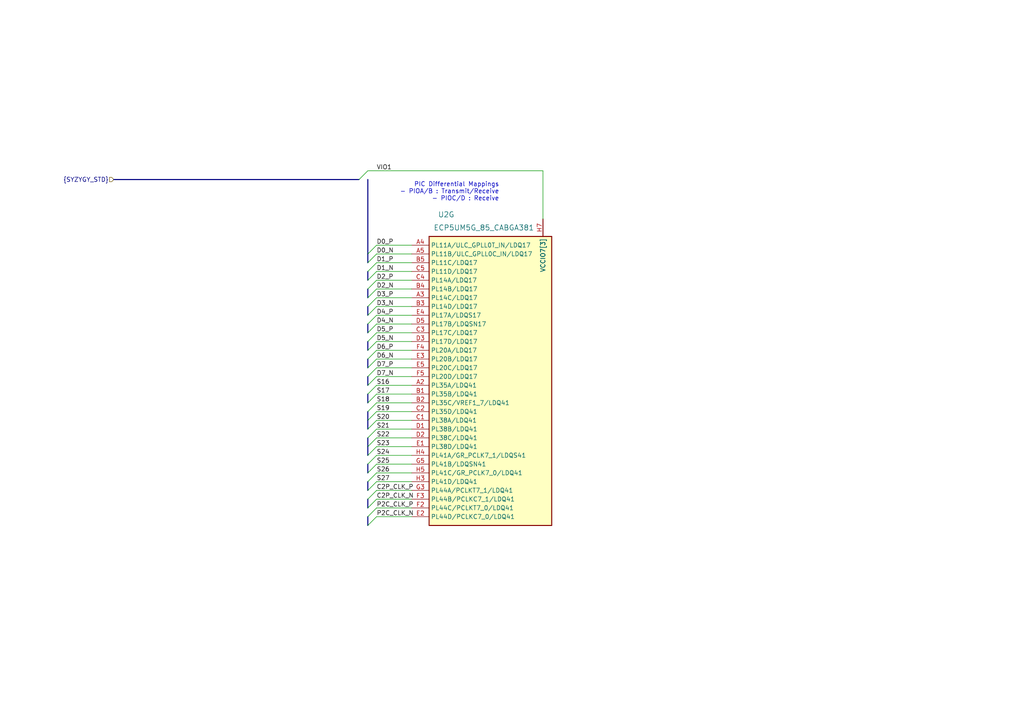
<source format=kicad_sch>
(kicad_sch (version 20200512) (host eeschema "5.99.0-unknown-711fc99~101~ubuntu18.04.1")
  (page 1 20)
  (paper "A4")
  (lib_symbols
    (symbol "gkl_lattice:ECP5UM5G_85_CABGA381"
      (property "Reference" "U" (at 3.81 6.35 0))
      (property "Value" "ECP5UM5G_85_CABGA381" (at 3.81 3.81 0))
      (symbol "ECP5UM5G_85_CABGA381_1_1"
        (rectangle (start 5.08 16.51) (end 43.18 -11.43) (stroke (width 0.3048)) (fill (type background)))
        (pin power_in line (at 40.64 -16.51 90) (length 5.08) (name "GND[85]") (number "B14"))
        (pin power_in line (at 40.64 -16.51 90) (length 5.08) (name "GND[85]") (number "B7"))
        (pin power_in line (at 40.64 -16.51 90) (length 5.08) (name "GND[85]") (number "C19"))
        (pin power_in line (at 40.64 -16.51 90) (length 5.08) (name "GND[85]") (number "D4"))
        (pin power_in line (at 40.64 -16.51 90) (length 5.08) (name "GND[85]") (number "F13"))
        (pin power_in line (at 40.64 -16.51 90) (length 5.08) (name "GND[85]") (number "F14"))
        (pin power_in line (at 17.78 21.59 270) (length 5.08) (name "VCCAUX[4]") (number "F15"))
        (pin power_in line (at 17.78 21.59 270) (length 5.08) (name "VCCAUX[4]") (number "F6"))
        (pin power_in line (at 40.64 -16.51 90) (length 5.08) (name "GND[85]") (number "F7"))
        (pin power_in line (at 40.64 -16.51 90) (length 5.08) (name "GND[85]") (number "F8"))
        (pin power_in line (at 40.64 -16.51 90) (length 5.08) (name "GND[85]") (number "G10"))
        (pin power_in line (at 40.64 -16.51 90) (length 5.08) (name "GND[85]") (number "G11"))
        (pin power_in line (at 40.64 -16.51 90) (length 5.08) (name "GND[85]") (number "G12"))
        (pin power_in line (at 40.64 -16.51 90) (length 5.08) (name "GND[85]") (number "G13"))
        (pin power_in line (at 40.64 -16.51 90) (length 5.08) (name "GND[85]") (number "G14"))
        (pin power_in line (at 40.64 -16.51 90) (length 5.08) (name "GND[85]") (number "G15"))
        (pin power_in line (at 40.64 -16.51 90) (length 5.08) (name "GND[85]") (number "G17"))
        (pin power_in line (at 40.64 -16.51 90) (length 5.08) (name "GND[85]") (number "G4"))
        (pin power_in line (at 40.64 -16.51 90) (length 5.08) (name "GND[85]") (number "G6"))
        (pin power_in line (at 40.64 -16.51 90) (length 5.08) (name "GND[85]") (number "G7"))
        (pin power_in line (at 40.64 -16.51 90) (length 5.08) (name "GND[85]") (number "G8"))
        (pin power_in line (at 40.64 -16.51 90) (length 5.08) (name "GND[85]") (number "G9"))
        (pin power_in line (at 40.64 21.59 270) (length 5.08) (name "VCC[20]") (number "H10"))
        (pin power_in line (at 40.64 21.59 270) (length 5.08) (name "VCC[20]") (number "H11"))
        (pin power_in line (at 40.64 21.59 270) (length 5.08) (name "VCC[20]") (number "H12"))
        (pin power_in line (at 40.64 21.59 270) (length 5.08) (name "VCC[20]") (number "H13"))
        (pin power_in line (at 40.64 -16.51 90) (length 5.08) (name "GND[85]") (number "H19"))
        (pin power_in line (at 40.64 21.59 270) (length 5.08) (name "VCC[20]") (number "H8"))
        (pin power_in line (at 40.64 21.59 270) (length 5.08) (name "VCC[20]") (number "H9"))
        (pin power_in line (at 40.64 -16.51 90) (length 5.08) (name "GND[85]") (number "J10"))
        (pin power_in line (at 40.64 -16.51 90) (length 5.08) (name "GND[85]") (number "J11"))
        (pin power_in line (at 40.64 -16.51 90) (length 5.08) (name "GND[85]") (number "J12"))
        (pin power_in line (at 40.64 21.59 270) (length 5.08) (name "VCC[20]") (number "J13"))
        (pin power_in line (at 40.64 -16.51 90) (length 5.08) (name "GND[85]") (number "J14"))
        (pin power_in line (at 40.64 -16.51 90) (length 5.08) (name "GND[85]") (number "J2"))
        (pin power_in line (at 40.64 -16.51 90) (length 5.08) (name "GND[85]") (number "J7"))
        (pin power_in line (at 40.64 21.59 270) (length 5.08) (name "VCC[20]") (number "J8"))
        (pin power_in line (at 40.64 -16.51 90) (length 5.08) (name "GND[85]") (number "J9"))
        (pin power_in line (at 40.64 -16.51 90) (length 5.08) (name "GND[85]") (number "K10"))
        (pin power_in line (at 40.64 -16.51 90) (length 5.08) (name "GND[85]") (number "K11"))
        (pin power_in line (at 40.64 -16.51 90) (length 5.08) (name "GND[85]") (number "K12"))
        (pin power_in line (at 40.64 21.59 270) (length 5.08) (name "VCC[20]") (number "K13"))
        (pin power_in line (at 40.64 -16.51 90) (length 5.08) (name "GND[85]") (number "K14"))
        (pin power_in line (at 40.64 -16.51 90) (length 5.08) (name "GND[85]") (number "K15"))
        (pin power_in line (at 40.64 -16.51 90) (length 5.08) (name "GND[85]") (number "K6"))
        (pin power_in line (at 40.64 -16.51 90) (length 5.08) (name "GND[85]") (number "K7"))
        (pin power_in line (at 40.64 21.59 270) (length 5.08) (name "VCC[20]") (number "K8"))
        (pin power_in line (at 40.64 -16.51 90) (length 5.08) (name "GND[85]") (number "K9"))
        (pin power_in line (at 40.64 -16.51 90) (length 5.08) (name "GND[85]") (number "L10"))
        (pin power_in line (at 40.64 -16.51 90) (length 5.08) (name "GND[85]") (number "L11"))
        (pin power_in line (at 40.64 -16.51 90) (length 5.08) (name "GND[85]") (number "L12"))
        (pin power_in line (at 40.64 21.59 270) (length 5.08) (name "VCC[20]") (number "L13"))
        (pin power_in line (at 40.64 21.59 270) (length 5.08) (name "VCC[20]") (number "L8"))
        (pin power_in line (at 40.64 -16.51 90) (length 5.08) (name "GND[85]") (number "L9"))
        (pin power_in line (at 40.64 -16.51 90) (length 5.08) (name "GND[85]") (number "M10"))
        (pin power_in line (at 40.64 -16.51 90) (length 5.08) (name "GND[85]") (number "M11"))
        (pin power_in line (at 40.64 -16.51 90) (length 5.08) (name "GND[85]") (number "M12"))
        (pin power_in line (at 40.64 21.59 270) (length 5.08) (name "VCC[20]") (number "M13"))
        (pin power_in line (at 40.64 -16.51 90) (length 5.08) (name "GND[85]") (number "M14"))
        (pin power_in line (at 40.64 -16.51 90) (length 5.08) (name "GND[85]") (number "M16"))
        (pin power_in line (at 40.64 -16.51 90) (length 5.08) (name "GND[85]") (number "M2"))
        (pin power_in line (at 40.64 -16.51 90) (length 5.08) (name "GND[85]") (number "M7"))
        (pin power_in line (at 40.64 21.59 270) (length 5.08) (name "VCC[20]") (number "M8"))
        (pin power_in line (at 40.64 -16.51 90) (length 5.08) (name "GND[85]") (number "M9"))
        (pin power_in line (at 40.64 21.59 270) (length 5.08) (name "VCC[20]") (number "N10"))
        (pin power_in line (at 40.64 21.59 270) (length 5.08) (name "VCC[20]") (number "N11"))
        (pin power_in line (at 40.64 21.59 270) (length 5.08) (name "VCC[20]") (number "N12"))
        (pin power_in line (at 40.64 21.59 270) (length 5.08) (name "VCC[20]") (number "N13"))
        (pin power_in line (at 40.64 -16.51 90) (length 5.08) (name "GND[85]") (number "N14"))
        (pin power_in line (at 40.64 -16.51 90) (length 5.08) (name "GND[85]") (number "N15"))
        (pin power_in line (at 40.64 -16.51 90) (length 5.08) (name "GND[85]") (number "N6"))
        (pin power_in line (at 40.64 -16.51 90) (length 5.08) (name "GND[85]") (number "N7"))
        (pin power_in line (at 40.64 21.59 270) (length 5.08) (name "VCC[20]") (number "N8"))
        (pin power_in line (at 40.64 21.59 270) (length 5.08) (name "VCC[20]") (number "N9"))
        (pin power_in line (at 40.64 -16.51 90) (length 5.08) (name "GND[85]") (number "P11"))
        (pin power_in line (at 40.64 -16.51 90) (length 5.08) (name "GND[85]") (number "P12"))
        (pin power_in line (at 40.64 -16.51 90) (length 5.08) (name "GND[85]") (number "P13"))
        (pin power_in line (at 40.64 -16.51 90) (length 5.08) (name "GND[85]") (number "P14"))
        (pin power_in line (at 17.78 21.59 270) (length 5.08) (name "VCCAUX[4]") (number "P15"))
        (pin power_in line (at 17.78 21.59 270) (length 5.08) (name "VCCAUX[4]") (number "P6"))
        (pin power_in line (at 40.64 -16.51 90) (length 5.08) (name "GND[85]") (number "P7"))
        (pin power_in line (at 40.64 -16.51 90) (length 5.08) (name "GND[85]") (number "P8"))
        (pin power_in line (at 40.64 -16.51 90) (length 5.08) (name "GND[85]") (number "R19"))
        (pin power_in line (at 35.56 21.59 270) (length 5.08) (name "VCCHTX1_D0CH1") (number "T10"))
        (pin power_in line (at 33.02 21.59 270) (length 5.08) (name "VCCHTX0_D1CH0") (number "T11"))
        (pin power_in line (at 22.86 21.59 270) (length 5.08) (name "VCCHRX0_D1CH0") (number "T12"))
        (pin power_in line (at 27.94 21.59 270) (length 5.08) (name "VCCHRX1_D1CH1") (number "T13"))
        (pin power_in line (at 38.1 21.59 270) (length 5.08) (name "VCCHTX1_D1CH1") (number "T14"))
        (pin power_in line (at 10.16 21.59 270) (length 5.08) (name "VCCA1[2]") (number "T15"))
        (pin power_in line (at 7.62 21.59 270) (length 5.08) (name "VCCA0[2]") (number "T6"))
        (pin power_in line (at 30.48 21.59 270) (length 5.08) (name "VCCHTX0_D0CH0") (number "T7"))
        (pin power_in line (at 20.32 21.59 270) (length 5.08) (name "VCCHRX0_D0CH0") (number "T8"))
        (pin power_in line (at 25.4 21.59 270) (length 5.08) (name "VCCHRX1_D0CH1") (number "T9"))
        (pin power_in line (at 40.64 -16.51 90) (length 5.08) (name "GND[85]") (number "U10"))
        (pin power_in line (at 40.64 -16.51 90) (length 5.08) (name "GND[85]") (number "U11"))
        (pin power_in line (at 40.64 -16.51 90) (length 5.08) (name "GND[85]") (number "U12"))
        (pin power_in line (at 40.64 -16.51 90) (length 5.08) (name "GND[85]") (number "U13"))
        (pin power_in line (at 40.64 -16.51 90) (length 5.08) (name "GND[85]") (number "U14"))
        (pin power_in line (at 10.16 21.59 270) (length 5.08) (name "VCCA1[2]") (number "U15"))
        (pin power_in line (at 7.62 21.59 270) (length 5.08) (name "VCCA0[2]") (number "U6"))
        (pin power_in line (at 40.64 -16.51 90) (length 5.08) (name "GND[85]") (number "U7"))
        (pin power_in line (at 40.64 -16.51 90) (length 5.08) (name "GND[85]") (number "U8"))
        (pin power_in line (at 40.64 -16.51 90) (length 5.08) (name "GND[85]") (number "U9"))
        (pin power_in line (at 12.7 21.59 270) (length 5.08) (name "VCCAUXA0[2]") (number "V10"))
        (pin power_in line (at 12.7 21.59 270) (length 5.08) (name "VCCAUXA0[2]") (number "V11"))
        (pin power_in line (at 40.64 -16.51 90) (length 5.08) (name "GND[85]") (number "V12"))
        (pin power_in line (at 40.64 -16.51 90) (length 5.08) (name "GND[85]") (number "V13"))
        (pin power_in line (at 40.64 -16.51 90) (length 5.08) (name "GND[85]") (number "V14"))
        (pin power_in line (at 40.64 -16.51 90) (length 5.08) (name "GND[85]") (number "V15"))
        (pin power_in line (at 40.64 -16.51 90) (length 5.08) (name "GND[85]") (number "V16"))
        (pin power_in line (at 15.24 21.59 270) (length 5.08) (name "VCCAUXA1[2]") (number "V17"))
        (pin power_in line (at 15.24 21.59 270) (length 5.08) (name "VCCAUXA1[2]") (number "V18"))
        (pin power_in line (at 40.64 -16.51 90) (length 5.08) (name "GND[85]") (number "V19"))
        (pin power_in line (at 40.64 -16.51 90) (length 5.08) (name "GND[85]") (number "V20"))
        (pin power_in line (at 40.64 -16.51 90) (length 5.08) (name "GND[85]") (number "V5"))
        (pin power_in line (at 40.64 -16.51 90) (length 5.08) (name "GND[85]") (number "V6"))
        (pin power_in line (at 40.64 -16.51 90) (length 5.08) (name "GND[85]") (number "V7"))
        (pin power_in line (at 40.64 -16.51 90) (length 5.08) (name "GND[85]") (number "V8"))
        (pin power_in line (at 40.64 -16.51 90) (length 5.08) (name "GND[85]") (number "V9"))
        (pin bidirectional line (at 0 0 0) (length 5.08) (name "RESERVED") (number "W10"))
        (pin bidirectional line (at 0 -2.54 0) (length 5.08) (name "RESERVED") (number "W11"))
        (pin power_in line (at 40.64 -16.51 90) (length 5.08) (name "GND[85]") (number "W12"))
        (pin power_in line (at 40.64 -16.51 90) (length 5.08) (name "GND[85]") (number "W15"))
        (pin power_in line (at 40.64 -16.51 90) (length 5.08) (name "GND[85]") (number "W16"))
        (pin power_in line (at 40.64 -16.51 90) (length 5.08) (name "GND[85]") (number "W19"))
        (pin power_in line (at 40.64 -16.51 90) (length 5.08) (name "GND[85]") (number "W6"))
        (pin power_in line (at 40.64 -16.51 90) (length 5.08) (name "GND[85]") (number "W7"))
      )
      (symbol "ECP5UM5G_85_CABGA381_2_1"
        (rectangle (start 5.08 2.54) (end 40.64 -68.58) (stroke (width 0.3048)) (fill (type background)))
        (pin bidirectional line (at 0 -58.42 0) (length 5.08) (name "PT63A/PCLKT0_1") (number "A10"))
        (pin bidirectional line (at 0 -60.96 0) (length 5.08) (name "PT63B/PCLKC0_1") (number "A11"))
        (pin bidirectional line (at 0 0 0) (length 5.08) (name "PT4A/ULC_GPLL1T_IN") (number "A6"))
        (pin bidirectional line (at 0 -30.48 0) (length 5.08) (name "PT18A") (number "A7"))
        (pin bidirectional line (at 0 -33.02 0) (length 5.08) (name "PT18B") (number "A8"))
        (pin bidirectional line (at 0 -53.34 0) (length 5.08) (name "PT60A/GR_PCLK0_1") (number "A9"))
        (pin bidirectional line (at 0 -55.88 0) (length 5.08) (name "PT60B/GR_PCLK0_0") (number "B10"))
        (pin bidirectional line (at 0 -63.5 0) (length 5.08) (name "PT65A/PCLKT0_0") (number "B11"))
        (pin bidirectional line (at 0 -2.54 0) (length 5.08) (name "PT4B/ULC_GPLL1C_IN") (number "B6"))
        (pin bidirectional line (at 0 -27.94 0) (length 5.08) (name "PT15B") (number "B8"))
        (pin bidirectional line (at 0 -48.26 0) (length 5.08) (name "PT58A") (number "B9"))
        (pin bidirectional line (at 0 -50.8 0) (length 5.08) (name "PT58B") (number "C10"))
        (pin bidirectional line (at 0 -66.04 0) (length 5.08) (name "PT65B/PCLKC0_0") (number "C11"))
        (pin bidirectional line (at 0 -15.24 0) (length 5.08) (name "PT11A") (number "C6"))
        (pin bidirectional line (at 0 -17.78 0) (length 5.08) (name "PT11B") (number "C7"))
        (pin bidirectional line (at 0 -25.4 0) (length 5.08) (name "PT15A") (number "C8"))
        (pin bidirectional line (at 0 -40.64 0) (length 5.08) (name "PT54A") (number "C9"))
        (pin bidirectional line (at 0 -43.18 0) (length 5.08) (name "PT56A") (number "D10"))
        (pin bidirectional line (at 0 -7.62 0) (length 5.08) (name "PT6B") (number "D6"))
        (pin bidirectional line (at 0 -12.7 0) (length 5.08) (name "PT9B") (number "D7"))
        (pin bidirectional line (at 0 -22.86 0) (length 5.08) (name "PT13B") (number "D8"))
        (pin bidirectional line (at 0 -35.56 0) (length 5.08) (name "PT20A") (number "D9"))
        (pin bidirectional line (at 0 -45.72 0) (length 5.08) (name "PT56B") (number "E10"))
        (pin bidirectional line (at 0 -5.08 0) (length 5.08) (name "PT6A") (number "E6"))
        (pin bidirectional line (at 0 -10.16 0) (length 5.08) (name "PT9A") (number "E7"))
        (pin bidirectional line (at 0 -20.32 0) (length 5.08) (name "PT13A") (number "E8"))
        (pin bidirectional line (at 0 -38.1 0) (length 5.08) (name "PT20B") (number "E9"))
        (pin power_in line (at 38.1 7.62 270) (length 5.08) (name "VCCIO0[2]") (number "F10"))
        (pin power_in line (at 38.1 7.62 270) (length 5.08) (name "VCCIO0[2]") (number "F9"))
      )
      (symbol "ECP5UM5G_85_CABGA381_3_1"
        (rectangle (start 5.08 2.54) (end 40.64 -83.82) (stroke (width 0.3048)) (fill (type background)))
        (pin bidirectional line (at 0 -15.24 0) (length 5.08) (name "PT76A") (number "A12"))
        (pin bidirectional line (at 0 -17.78 0) (length 5.08) (name "PT76B") (number "A13"))
        (pin bidirectional line (at 0 -30.48 0) (length 5.08) (name "PT83A") (number "A14"))
        (pin bidirectional line (at 0 -40.64 0) (length 5.08) (name "PT103A") (number "A15"))
        (pin bidirectional line (at 0 -53.34 0) (length 5.08) (name "PT110A") (number "A16"))
        (pin bidirectional line (at 0 -68.58 0) (length 5.08) (name "PT116A") (number "A17"))
        (pin bidirectional line (at 0 -73.66 0) (length 5.08) (name "PT119A") (number "A18"))
        (pin bidirectional line (at 0 -78.74 0) (length 5.08) (name "PT121A/URC_GPLL1T_IN") (number "A19"))
        (pin bidirectional line (at 0 -5.08 0) (length 5.08) (name "PT71A/PCLKT1_0") (number "B12"))
        (pin bidirectional line (at 0 -20.32 0) (length 5.08) (name "PT78A") (number "B13"))
        (pin bidirectional line (at 0 -43.18 0) (length 5.08) (name "PT105A") (number "B15"))
        (pin bidirectional line (at 0 -55.88 0) (length 5.08) (name "PT110B") (number "B16"))
        (pin bidirectional line (at 0 -63.5 0) (length 5.08) (name "PT114A") (number "B17"))
        (pin bidirectional line (at 0 -71.12 0) (length 5.08) (name "PT116B") (number "B18"))
        (pin bidirectional line (at 0 -76.2 0) (length 5.08) (name "PT119B") (number "B19"))
        (pin bidirectional line (at 0 -81.28 0) (length 5.08) (name "PT121B/URC_GPLL1C_IN") (number "B20"))
        (pin bidirectional line (at 0 -7.62 0) (length 5.08) (name "PT71B/PCLKC1_0") (number "C12"))
        (pin bidirectional line (at 0 -22.86 0) (length 5.08) (name "PT78B") (number "C13"))
        (pin bidirectional line (at 0 -33.02 0) (length 5.08) (name "PT83B") (number "C14"))
        (pin bidirectional line (at 0 -45.72 0) (length 5.08) (name "PT105B") (number "C15"))
        (pin bidirectional line (at 0 -58.42 0) (length 5.08) (name "PT112A") (number "C16"))
        (pin bidirectional line (at 0 -66.04 0) (length 5.08) (name "PT114B") (number "C17"))
        (pin bidirectional line (at 0 0 0) (length 5.08) (name "PT69A/PCLKT1_1") (number "D11"))
        (pin bidirectional line (at 0 -10.16 0) (length 5.08) (name "PT74A/GR_PCLK1_0") (number "D12"))
        (pin bidirectional line (at 0 -25.4 0) (length 5.08) (name "PT80A") (number "D13"))
        (pin bidirectional line (at 0 -35.56 0) (length 5.08) (name "PT85A") (number "D14"))
        (pin bidirectional line (at 0 -48.26 0) (length 5.08) (name "PT107A") (number "D15"))
        (pin bidirectional line (at 0 -60.96 0) (length 5.08) (name "PT112B") (number "D16"))
        (pin bidirectional line (at 0 -2.54 0) (length 5.08) (name "PT69B/PCLKC1_1") (number "E11"))
        (pin bidirectional line (at 0 -12.7 0) (length 5.08) (name "PT74B/GR_PCLK1_1") (number "E12"))
        (pin bidirectional line (at 0 -27.94 0) (length 5.08) (name "PT80B") (number "E13"))
        (pin bidirectional line (at 0 -38.1 0) (length 5.08) (name "PT85B") (number "E14"))
        (pin bidirectional line (at 0 -50.8 0) (length 5.08) (name "PT107B") (number "E15"))
        (pin power_in line (at 38.1 7.62 270) (length 5.08) (name "VCCIO1[2]") (number "F11"))
        (pin power_in line (at 38.1 7.62 270) (length 5.08) (name "VCCIO1[2]") (number "F12"))
      )
      (symbol "ECP5UM5G_85_CABGA381_4_1"
        (rectangle (start 5.08 2.54) (end 40.64 -86.36) (stroke (width 0.3048)) (fill (type background)))
        (pin bidirectional line (at 0 0 0) (length 5.08) (name "PR11A/URC_GPLL0T_IN/RDQ17") (number "C18"))
        (pin bidirectional line (at 0 -45.72 0) (length 5.08) (name "PR35A/RDQ41") (number "C20"))
        (pin bidirectional line (at 0 -2.54 0) (length 5.08) (name "PR11B/URC_GPLL0C_IN/RDQ17") (number "D17"))
        (pin bidirectional line (at 0 -10.16 0) (length 5.08) (name "PR14A/RDQ17") (number "D18"))
        (pin bidirectional line (at 0 -48.26 0) (length 5.08) (name "PR35B/RDQ41") (number "D19"))
        (pin bidirectional line (at 0 -50.8 0) (length 5.08) (name "PR35C/VREF1_2/RDQ41") (number "D20"))
        (pin bidirectional line (at 0 -5.08 0) (length 5.08) (name "PR11C/RDQ17") (number "E16"))
        (pin bidirectional line (at 0 -12.7 0) (length 5.08) (name "PR14B/RDQ17") (number "E17"))
        (pin bidirectional line (at 0 -15.24 0) (length 5.08) (name "PR14C/RDQ17") (number "E18"))
        (pin bidirectional line (at 0 -53.34 0) (length 5.08) (name "PR35D/RDQ41") (number "E19"))
        (pin bidirectional line (at 0 -55.88 0) (length 5.08) (name "PR38A/RDQ41") (number "E20"))
        (pin bidirectional line (at 0 -7.62 0) (length 5.08) (name "PR11D/RDQ17") (number "F16"))
        (pin bidirectional line (at 0 -20.32 0) (length 5.08) (name "PR17A/RDQS17") (number "F17"))
        (pin bidirectional line (at 0 -17.78 0) (length 5.08) (name "PR14D/RDQ17") (number "F18"))
        (pin bidirectional line (at 0 -58.42 0) (length 5.08) (name "PR38B/RDQ41") (number "F19"))
        (pin bidirectional line (at 0 -60.96 0) (length 5.08) (name "PR38C/RDQ41") (number "F20"))
        (pin bidirectional line (at 0 -25.4 0) (length 5.08) (name "PR17C/RDQ17") (number "G16"))
        (pin bidirectional line (at 0 -22.86 0) (length 5.08) (name "PR17B/RDQSN17") (number "G18"))
        (pin bidirectional line (at 0 -66.04 0) (length 5.08) (name "PR41A/GR_PCLK2_1/RDQS41") (number "G19"))
        (pin bidirectional line (at 0 -63.5 0) (length 5.08) (name "PR38D/RDQ41") (number "G20"))
        (pin power_in line (at 38.1 7.62 270) (length 5.08) (name "VCCIO2[3]") (number "H14"))
        (pin power_in line (at 38.1 7.62 270) (length 5.08) (name "VCCIO2[3]") (number "H15"))
        (pin bidirectional line (at 0 -27.94 0) (length 5.08) (name "PR17D/RDQ17") (number "H16"))
        (pin bidirectional line (at 0 -33.02 0) (length 5.08) (name "PR20B/RDQ17") (number "H17"))
        (pin bidirectional line (at 0 -30.48 0) (length 5.08) (name "PR20A/RDQ17") (number "H18"))
        (pin bidirectional line (at 0 -68.58 0) (length 5.08) (name "PR41B/RDQSN41") (number "H20"))
        (pin power_in line (at 38.1 7.62 270) (length 5.08) (name "VCCIO2[3]") (number "J15"))
        (pin bidirectional line (at 0 -38.1 0) (length 5.08) (name "PR20D/RDQ17") (number "J16"))
        (pin bidirectional line (at 0 -35.56 0) (length 5.08) (name "PR20C/RDQ17") (number "J17"))
        (pin bidirectional line (at 0 -71.12 0) (length 5.08) (name "PR41C/GR_PCLK2_0/RDQ41") (number "J18"))
        (pin bidirectional line (at 0 -76.2 0) (length 5.08) (name "PR44A/PCLKT2_1/RDQ41") (number "J19"))
        (pin bidirectional line (at 0 -81.28 0) (length 5.08) (name "PR44C/PCLKT2_0/RDQ41") (number "J20"))
        (pin bidirectional line (at 0 -40.64 0) (length 5.08) (name "PR29A/RDQS29") (number "K16"))
        (pin bidirectional line (at 0 -43.18 0) (length 5.08) (name "PR29B/RDQSN29") (number "K17"))
        (pin bidirectional line (at 0 -73.66 0) (length 5.08) (name "PR41D/RDQ41") (number "K18"))
        (pin bidirectional line (at 0 -78.74 0) (length 5.08) (name "PR44B/PCLKC2_1/RDQ41") (number "K19"))
        (pin bidirectional line (at 0 -83.82 0) (length 5.08) (name "PR44D/PCLKC2_0/RDQ41") (number "K20"))
      )
      (symbol "ECP5UM5G_85_CABGA381_5_1"
        (rectangle (start 5.08 2.54) (end 40.64 -83.82) (stroke (width 0.3048)) (fill (type background)))
        (pin power_in line (at 38.1 7.62 270) (length 5.08) (name "VCCIO3[3]") (number "L14"))
        (pin power_in line (at 38.1 7.62 270) (length 5.08) (name "VCCIO3[3]") (number "L15"))
        (pin bidirectional line (at 0 -10.16 0) (length 5.08) (name "PR50A/GR_PCLK3_0/RDQ53") (number "L16"))
        (pin bidirectional line (at 0 -12.7 0) (length 5.08) (name "PR50B/RDQ53") (number "L17"))
        (pin bidirectional line (at 0 -15.24 0) (length 5.08) (name "PR50C/GR_PCLK3_1/RDQ53") (number "L18"))
        (pin bidirectional line (at 0 -5.08 0) (length 5.08) (name "PR47C/PCLKT3_0/RDQ53") (number "L19"))
        (pin bidirectional line (at 0 0 0) (length 5.08) (name "PR47A/PCLKT3_1/RDQ53") (number "L20"))
        (pin power_in line (at 38.1 7.62 270) (length 5.08) (name "VCCIO3[3]") (number "M15"))
        (pin bidirectional line (at 0 -22.86 0) (length 5.08) (name "PR53B/RDQSN53") (number "M17"))
        (pin bidirectional line (at 0 -17.78 0) (length 5.08) (name "PR50D/RDQ53") (number "M18"))
        (pin bidirectional line (at 0 -7.62 0) (length 5.08) (name "PR47D/PCLKC3_0/RDQ53") (number "M19"))
        (pin bidirectional line (at 0 -2.54 0) (length 5.08) (name "PR47B/PCLKC3_1/RDQ53") (number "M20"))
        (pin bidirectional line (at 0 -20.32 0) (length 5.08) (name "PR53A/RDQS53") (number "N16"))
        (pin bidirectional line (at 0 -30.48 0) (length 5.08) (name "PR56A/RDQ53") (number "N17"))
        (pin bidirectional line (at 0 -25.4 0) (length 5.08) (name "PR53C/RDQ53") (number "N18"))
        (pin bidirectional line (at 0 -43.18 0) (length 5.08) (name "PR83A/RDQ89") (number "N19"))
        (pin bidirectional line (at 0 -45.72 0) (length 5.08) (name "PR83B/RDQ89") (number "N20"))
        (pin bidirectional line (at 0 -33.02 0) (length 5.08) (name "PR56B/VREF1_3/RDQ53") (number "P16"))
        (pin bidirectional line (at 0 -27.94 0) (length 5.08) (name "PR53D/RDQ53") (number "P17"))
        (pin bidirectional line (at 0 -50.8 0) (length 5.08) (name "PR83D/RDQ89") (number "P18"))
        (pin bidirectional line (at 0 -48.26 0) (length 5.08) (name "PR83C/RDQ89") (number "P19"))
        (pin bidirectional line (at 0 -53.34 0) (length 5.08) (name "PR86A/RDQ89") (number "P20"))
        (pin bidirectional line (at 0 -35.56 0) (length 5.08) (name "PR56C/RDQ53") (number "R16"))
        (pin bidirectional line (at 0 -38.1 0) (length 5.08) (name "PR56D/RDQ53") (number "R17"))
        (pin bidirectional line (at 0 -66.04 0) (length 5.08) (name "PR89B/RDQSN89") (number "R18"))
        (pin bidirectional line (at 0 -55.88 0) (length 5.08) (name "PR86B/RDQ89") (number "R20"))
        (pin bidirectional line (at 0 -40.64 0) (length 5.08) (name "PR77A/RDQS77") (number "T16"))
        (pin bidirectional line (at 0 -81.28 0) (length 5.08) (name "PR92D/LRC_GPLL0C_IN/RDQ89") (number "T17"))
        (pin bidirectional line (at 0 -71.12 0) (length 5.08) (name "PR89D/RDQ89") (number "T18"))
        (pin bidirectional line (at 0 -63.5 0) (length 5.08) (name "PR89A/RDQS89") (number "T19"))
        (pin bidirectional line (at 0 -58.42 0) (length 5.08) (name "PR86C/RDQ89") (number "T20"))
        (pin bidirectional line (at 0 -78.74 0) (length 5.08) (name "PR92C/LRC_GPLL0T_IN/RDQ89") (number "U16"))
        (pin bidirectional line (at 0 -76.2 0) (length 5.08) (name "PR92B/RDQ89") (number "U17"))
        (pin bidirectional line (at 0 -73.66 0) (length 5.08) (name "PR92A/RDQ89") (number "U18"))
        (pin bidirectional line (at 0 -68.58 0) (length 5.08) (name "PR89C/RDQ89") (number "U19"))
        (pin bidirectional line (at 0 -60.96 0) (length 5.08) (name "PR86D/RDQ89") (number "U20"))
      )
      (symbol "ECP5UM5G_85_CABGA381_6_1"
        (rectangle (start 5.08 2.54) (end 40.64 -83.82) (stroke (width 0.3048)) (fill (type background)))
        (pin bidirectional line (at 0 -2.54 0) (length 5.08) (name "PL47B/PCLKC6_1/LDQ53") (number "F1"))
        (pin bidirectional line (at 0 -7.62 0) (length 5.08) (name "PL47D/PCLKC6_0/LDQ53") (number "G1"))
        (pin bidirectional line (at 0 0 0) (length 5.08) (name "PL47A/PCLKT6_1/LDQ53") (number "G2"))
        (pin bidirectional line (at 0 -25.4 0) (length 5.08) (name "PL53C/LDQ53") (number "H1"))
        (pin bidirectional line (at 0 -5.08 0) (length 5.08) (name "PL47C/PCLKT6_0/LDQ53") (number "H2"))
        (pin bidirectional line (at 0 -22.86 0) (length 5.08) (name "PL53B/LDQSN53") (number "J1"))
        (pin bidirectional line (at 0 -15.24 0) (length 5.08) (name "PL50C/GR_PCLK6_1/LDQ53") (number "J3"))
        (pin bidirectional line (at 0 -10.16 0) (length 5.08) (name "PL50A/GR_PCLK6_0/LDQ53") (number "J4"))
        (pin bidirectional line (at 0 -12.7 0) (length 5.08) (name "PL50B/LDQ53") (number "J5"))
        (pin bidirectional line (at 0 -27.94 0) (length 5.08) (name "PL53D/LDQ53") (number "K1"))
        (pin bidirectional line (at 0 -20.32 0) (length 5.08) (name "PL53A/LDQS53") (number "K2"))
        (pin bidirectional line (at 0 -17.78 0) (length 5.08) (name "PL50D/LDQ53") (number "K3"))
        (pin bidirectional line (at 0 -30.48 0) (length 5.08) (name "PL56A/LDQ53") (number "K4"))
        (pin bidirectional line (at 0 -33.02 0) (length 5.08) (name "PL56B/VREF1_6/LDQ53") (number "K5"))
        (pin bidirectional line (at 0 -68.58 0) (length 5.08) (name "PL89C/LDQ89") (number "L1"))
        (pin bidirectional line (at 0 -60.96 0) (length 5.08) (name "PL86D/LDQ89") (number "L2"))
        (pin bidirectional line (at 0 -58.42 0) (length 5.08) (name "PL86C/LDQ89") (number "L3"))
        (pin bidirectional line (at 0 -35.56 0) (length 5.08) (name "PL56C/LDQ53") (number "L4"))
        (pin bidirectional line (at 0 -38.1 0) (length 5.08) (name "PL56D/LDQ53") (number "L5"))
        (pin power_in line (at 38.1 7.62 270) (length 5.08) (name "VCCIO6[3]") (number "L6"))
        (pin power_in line (at 38.1 7.62 270) (length 5.08) (name "VCCIO6[3]") (number "L7"))
        (pin bidirectional line (at 0 -66.04 0) (length 5.08) (name "PL89B/LDQSN89") (number "M1"))
        (pin bidirectional line (at 0 -55.88 0) (length 5.08) (name "PL86B/LDQ89") (number "M3"))
        (pin bidirectional line (at 0 -43.18 0) (length 5.08) (name "PL83A/LDQ89") (number "M4"))
        (pin bidirectional line (at 0 -40.64 0) (length 5.08) (name "PL77A/LDQS77") (number "M5"))
        (pin power_in line (at 38.1 7.62 270) (length 5.08) (name "VCCIO6[3]") (number "M6"))
        (pin bidirectional line (at 0 -71.12 0) (length 5.08) (name "PL89D/LDQ89") (number "N1"))
        (pin bidirectional line (at 0 -63.5 0) (length 5.08) (name "PL89A/LDQS89") (number "N2"))
        (pin bidirectional line (at 0 -53.34 0) (length 5.08) (name "PL86A/LDQ89") (number "N3"))
        (pin bidirectional line (at 0 -48.26 0) (length 5.08) (name "PL83C/LDQ89") (number "N4"))
        (pin bidirectional line (at 0 -45.72 0) (length 5.08) (name "PL83B/LDQ89") (number "N5"))
        (pin bidirectional line (at 0 -73.66 0) (length 5.08) (name "PL92A/LDQ89") (number "P1"))
        (pin bidirectional line (at 0 -76.2 0) (length 5.08) (name "PL92B/LDQ89") (number "P2"))
        (pin bidirectional line (at 0 -78.74 0) (length 5.08) (name "PL92C/LLC_GPLL0T_IN/LDQ89") (number "P3"))
        (pin bidirectional line (at 0 -81.28 0) (length 5.08) (name "PL92D/LLC_GPLL0C_IN/LDQ89") (number "P4"))
        (pin bidirectional line (at 0 -50.8 0) (length 5.08) (name "PL83D/LDQ89") (number "P5"))
      )
      (symbol "ECP5UM5G_85_CABGA381_7_1"
        (rectangle (start 5.08 2.54) (end 40.64 -81.28) (stroke (width 0.3048)) (fill (type background)))
        (pin bidirectional line (at 0 -40.64 0) (length 5.08) (name "PL35A/LDQ41") (number "A2"))
        (pin bidirectional line (at 0 -15.24 0) (length 5.08) (name "PL14C/LDQ17") (number "A3"))
        (pin bidirectional line (at 0 0 0) (length 5.08) (name "PL11A/ULC_GPLL0T_IN/LDQ17") (number "A4"))
        (pin bidirectional line (at 0 -2.54 0) (length 5.08) (name "PL11B/ULC_GPLL0C_IN/LDQ17") (number "A5"))
        (pin bidirectional line (at 0 -43.18 0) (length 5.08) (name "PL35B/LDQ41") (number "B1"))
        (pin bidirectional line (at 0 -45.72 0) (length 5.08) (name "PL35C/VREF1_7/LDQ41") (number "B2"))
        (pin bidirectional line (at 0 -17.78 0) (length 5.08) (name "PL14D/LDQ17") (number "B3"))
        (pin bidirectional line (at 0 -12.7 0) (length 5.08) (name "PL14B/LDQ17") (number "B4"))
        (pin bidirectional line (at 0 -5.08 0) (length 5.08) (name "PL11C/LDQ17") (number "B5"))
        (pin bidirectional line (at 0 -50.8 0) (length 5.08) (name "PL38A/LDQ41") (number "C1"))
        (pin bidirectional line (at 0 -48.26 0) (length 5.08) (name "PL35D/LDQ41") (number "C2"))
        (pin bidirectional line (at 0 -25.4 0) (length 5.08) (name "PL17C/LDQ17") (number "C3"))
        (pin bidirectional line (at 0 -10.16 0) (length 5.08) (name "PL14A/LDQ17") (number "C4"))
        (pin bidirectional line (at 0 -7.62 0) (length 5.08) (name "PL11D/LDQ17") (number "C5"))
        (pin bidirectional line (at 0 -53.34 0) (length 5.08) (name "PL38B/LDQ41") (number "D1"))
        (pin bidirectional line (at 0 -55.88 0) (length 5.08) (name "PL38C/LDQ41") (number "D2"))
        (pin bidirectional line (at 0 -27.94 0) (length 5.08) (name "PL17D/LDQ17") (number "D3"))
        (pin bidirectional line (at 0 -22.86 0) (length 5.08) (name "PL17B/LDQSN17") (number "D5"))
        (pin bidirectional line (at 0 -58.42 0) (length 5.08) (name "PL38D/LDQ41") (number "E1"))
        (pin bidirectional line (at 0 -78.74 0) (length 5.08) (name "PL44D/PCLKC7_0/LDQ41") (number "E2"))
        (pin bidirectional line (at 0 -33.02 0) (length 5.08) (name "PL20B/LDQ17") (number "E3"))
        (pin bidirectional line (at 0 -20.32 0) (length 5.08) (name "PL17A/LDQS17") (number "E4"))
        (pin bidirectional line (at 0 -35.56 0) (length 5.08) (name "PL20C/LDQ17") (number "E5"))
        (pin bidirectional line (at 0 -76.2 0) (length 5.08) (name "PL44C/PCLKT7_0/LDQ41") (number "F2"))
        (pin bidirectional line (at 0 -73.66 0) (length 5.08) (name "PL44B/PCLKC7_1/LDQ41") (number "F3"))
        (pin bidirectional line (at 0 -30.48 0) (length 5.08) (name "PL20A/LDQ17") (number "F4"))
        (pin bidirectional line (at 0 -38.1 0) (length 5.08) (name "PL20D/LDQ17") (number "F5"))
        (pin bidirectional line (at 0 -71.12 0) (length 5.08) (name "PL44A/PCLKT7_1/LDQ41") (number "G3"))
        (pin bidirectional line (at 0 -63.5 0) (length 5.08) (name "PL41B/LDQSN41") (number "G5"))
        (pin bidirectional line (at 0 -68.58 0) (length 5.08) (name "PL41D/LDQ41") (number "H3"))
        (pin bidirectional line (at 0 -60.96 0) (length 5.08) (name "PL41A/GR_PCLK7_1/LDQS41") (number "H4"))
        (pin bidirectional line (at 0 -66.04 0) (length 5.08) (name "PL41C/GR_PCLK7_0/LDQ41") (number "H5"))
        (pin power_in line (at 38.1 7.62 270) (length 5.08) (name "VCCIO7[3]") (number "H6"))
        (pin power_in line (at 38.1 7.62 270) (length 5.08) (name "VCCIO7[3]") (number "H7"))
        (pin power_in line (at 38.1 7.62 270) (length 5.08) (name "VCCIO7[3]") (number "J6"))
      )
      (symbol "ECP5UM5G_85_CABGA381_8_1"
        (rectangle (start 5.08 2.54) (end 45.72 -50.8) (stroke (width 0.3048)) (fill (type background)))
        (pin power_in line (at 43.18 7.62 270) (length 5.08) (name "VCCIO8[2]") (number "P10"))
        (pin power_in line (at 43.18 7.62 270) (length 5.08) (name "VCCIO8[2]") (number "P9"))
        (pin bidirectional line (at 0 -15.24 0) (length 5.08) (name "PB4A/D7/IO7") (number "R1"))
        (pin bidirectional line (at 0 -40.64 0) (length 5.08) (name "PB15A/HOLDN/DI/BUSY/CSSPIN/CEN") (number "R2"))
        (pin bidirectional line (at 0 -43.18 0) (length 5.08) (name "PB15B/DOUT/CSON") (number "R3"))
        (pin bidirectional line (at 0 -7.62 0) (length 5.08) (name "CFG_2") (number "R4"))
        (pin bidirectional line (at 0 -17.78 0) (length 5.08) (name "PB4B/D6/IO6") (number "T1"))
        (pin bidirectional line (at 0 -35.56 0) (length 5.08) (name "PB13A/SN/CSN") (number "T2"))
        (pin bidirectional line (at 0 -45.72 0) (length 5.08) (name "PB18A/WRITEN") (number "T3"))
        (pin bidirectional line (at 0 -5.08 0) (length 5.08) (name "CFG_1") (number "T4"))
        (pin bidirectional line (at 0 -20.32 0) (length 5.08) (name "PB6A/D5/MISO2/IO5") (number "U1"))
        (pin bidirectional line (at 0 -38.1 0) (length 5.08) (name "PB13B/CS1N") (number "U2"))
        (pin bidirectional line (at 0 0 0) (length 5.08) (name "CCLK/MCLK/SCK") (number "U3"))
        (pin bidirectional line (at 0 -2.54 0) (length 5.08) (name "CFG_0") (number "U4"))
        (pin bidirectional line (at 0 -22.86 0) (length 5.08) (name "PB6B/D4/MOSI2/IO4") (number "V1"))
        (pin bidirectional line (at 0 -30.48 0) (length 5.08) (name "PB11A/D1/MISO/IO1") (number "V2"))
        (pin bidirectional line (at 0 -12.7 0) (length 5.08) (name "INITN") (number "V3"))
        (pin bidirectional line (at 0 -25.4 0) (length 5.08) (name "PB9A/D3/IO3") (number "W1"))
        (pin bidirectional line (at 0 -33.02 0) (length 5.08) (name "PB11B/D0/MOSI/IO0") (number "W2"))
        (pin bidirectional line (at 0 -48.26 0) (length 5.08) (name "PROGRAMN") (number "W3"))
        (pin bidirectional line (at 0 -27.94 0) (length 5.08) (name "PB9B/D2/IO2") (number "Y2"))
        (pin bidirectional line (at 0 -10.16 0) (length 5.08) (name "DONE") (number "Y3"))
      )
      (symbol "ECP5UM5G_85_CABGA381_9_1"
        (rectangle (start 5.08 2.54) (end 12.7 -10.16) (stroke (width 0.3048)) (fill (type background)))
        (pin bidirectional line (at 0 -2.54 0) (length 5.08) (name "TDI") (number "R5"))
        (pin bidirectional line (at 0 0 0) (length 5.08) (name "TCK") (number "T5"))
        (pin bidirectional line (at 0 -7.62 0) (length 5.08) (name "TMS") (number "U5"))
        (pin bidirectional line (at 0 -5.08 0) (length 5.08) (name "TDO") (number "V4"))
      )
      (symbol "ECP5UM5G_85_CABGA381_10_1"
        (rectangle (start 5.08 5.08) (end 27.94 -27.94) (stroke (width 0.3048)) (fill (type background)))
        (pin bidirectional line (at 0 -10.16 0) (length 5.08) (name "HDTXP0_D0CH0") (number "W4"))
        (pin bidirectional line (at 0 -12.7 0) (length 5.08) (name "HDTXN0_D0CH0") (number "W5"))
        (pin bidirectional line (at 0 -15.24 0) (length 5.08) (name "HDTXP0_D0CH1") (number "W8"))
        (pin bidirectional line (at 0 -17.78 0) (length 5.08) (name "HDTXN0_D0CH1") (number "W9"))
        (pin bidirectional line (at 0 -22.86 0) (length 5.08) (name "REFCLKP_D0") (number "Y11"))
        (pin bidirectional line (at 0 -25.4 0) (length 5.08) (name "REFCLKN_D0") (number "Y12"))
        (pin bidirectional line (at 0 2.54 0) (length 5.08) (name "HDRXP0_D0CH0") (number "Y5"))
        (pin bidirectional line (at 0 0 0) (length 5.08) (name "HDRXN0_D0CH0") (number "Y6"))
        (pin bidirectional line (at 0 -2.54 0) (length 5.08) (name "HDRXP0_D0CH1") (number "Y7"))
        (pin bidirectional line (at 0 -5.08 0) (length 5.08) (name "HDRXN0_D0CH1") (number "Y8"))
      )
      (symbol "ECP5UM5G_85_CABGA381_11_1"
        (rectangle (start 5.08 5.08) (end 27.94 -27.94) (stroke (width 0.3048)) (fill (type background)))
        (pin bidirectional line (at 0 -10.16 0) (length 5.08) (name "HDTXP0_D1CH0") (number "W13"))
        (pin bidirectional line (at 0 -12.7 0) (length 5.08) (name "HDTXN0_D1CH0") (number "W14"))
        (pin bidirectional line (at 0 -15.24 0) (length 5.08) (name "HDTXP0_D1CH1") (number "W17"))
        (pin bidirectional line (at 0 -17.78 0) (length 5.08) (name "HDTXN0_D1CH1") (number "W18"))
        (pin bidirectional line (at 0 -25.4 0) (length 5.08) (name "REFCLKN_D1") (number "W20"))
        (pin bidirectional line (at 0 2.54 0) (length 5.08) (name "HDRXP0_D1CH0") (number "Y14"))
        (pin bidirectional line (at 0 0 0) (length 5.08) (name "HDRXN0_D1CH0") (number "Y15"))
        (pin bidirectional line (at 0 -2.54 0) (length 5.08) (name "HDRXP0_D1CH1") (number "Y16"))
        (pin bidirectional line (at 0 -5.08 0) (length 5.08) (name "HDRXN0_D1CH1") (number "Y17"))
        (pin bidirectional line (at 0 -22.86 0) (length 5.08) (name "REFCLKP_D1") (number "Y19"))
      )
    )
  )
  (bus_entry (at 104.14 52.07) (size 2.54 -2.54))
  (bus_entry (at 106.68 73.66) (size 2.54 -2.54))
  (bus_entry (at 106.68 76.2) (size 2.54 -2.54))
  (bus_entry (at 106.68 78.74) (size 2.54 -2.54))
  (bus_entry (at 106.68 81.28) (size 2.54 -2.54))
  (bus_entry (at 106.68 83.82) (size 2.54 -2.54))
  (bus_entry (at 106.68 86.36) (size 2.54 -2.54))
  (bus_entry (at 106.68 88.9) (size 2.54 -2.54))
  (bus_entry (at 106.68 91.44) (size 2.54 -2.54))
  (bus_entry (at 106.68 93.98) (size 2.54 -2.54))
  (bus_entry (at 106.68 96.52) (size 2.54 -2.54))
  (bus_entry (at 106.68 99.06) (size 2.54 -2.54))
  (bus_entry (at 106.68 101.6) (size 2.54 -2.54))
  (bus_entry (at 106.68 104.14) (size 2.54 -2.54))
  (bus_entry (at 106.68 106.68) (size 2.54 -2.54))
  (bus_entry (at 106.68 109.22) (size 2.54 -2.54))
  (bus_entry (at 106.68 111.76) (size 2.54 -2.54))
  (bus_entry (at 106.68 114.3) (size 2.54 -2.54))
  (bus_entry (at 106.68 116.84) (size 2.54 -2.54))
  (bus_entry (at 106.68 119.38) (size 2.54 -2.54))
  (bus_entry (at 106.68 121.92) (size 2.54 -2.54))
  (bus_entry (at 106.68 124.46) (size 2.54 -2.54))
  (bus_entry (at 106.68 127) (size 2.54 -2.54))
  (bus_entry (at 106.68 129.54) (size 2.54 -2.54))
  (bus_entry (at 106.68 132.08) (size 2.54 -2.54))
  (bus_entry (at 106.68 134.62) (size 2.54 -2.54))
  (bus_entry (at 106.68 137.16) (size 2.54 -2.54))
  (bus_entry (at 106.68 139.7) (size 2.54 -2.54))
  (bus_entry (at 106.68 142.24) (size 2.54 -2.54))
  (bus_entry (at 106.68 144.78) (size 2.54 -2.54))
  (bus_entry (at 106.68 147.32) (size 2.54 -2.54))
  (bus_entry (at 106.68 149.86) (size 2.54 -2.54))
  (bus_entry (at 106.68 152.4) (size 2.54 -2.54))
  (wire (pts (xy 106.68 49.53) (xy 157.48 49.53)))
  (wire (pts (xy 109.22 71.12) (xy 119.38 71.12)))
  (wire (pts (xy 109.22 73.66) (xy 119.38 73.66)))
  (wire (pts (xy 109.22 76.2) (xy 119.38 76.2)))
  (wire (pts (xy 109.22 78.74) (xy 119.38 78.74)))
  (wire (pts (xy 109.22 81.28) (xy 119.38 81.28)))
  (wire (pts (xy 109.22 83.82) (xy 119.38 83.82)))
  (wire (pts (xy 109.22 86.36) (xy 119.38 86.36)))
  (wire (pts (xy 109.22 88.9) (xy 119.38 88.9)))
  (wire (pts (xy 109.22 91.44) (xy 119.38 91.44)))
  (wire (pts (xy 109.22 93.98) (xy 119.38 93.98)))
  (wire (pts (xy 109.22 96.52) (xy 119.38 96.52)))
  (wire (pts (xy 109.22 99.06) (xy 119.38 99.06)))
  (wire (pts (xy 109.22 101.6) (xy 119.38 101.6)))
  (wire (pts (xy 109.22 104.14) (xy 119.38 104.14)))
  (wire (pts (xy 109.22 106.68) (xy 119.38 106.68)))
  (wire (pts (xy 109.22 109.22) (xy 119.38 109.22)))
  (wire (pts (xy 109.22 111.76) (xy 119.38 111.76)))
  (wire (pts (xy 109.22 114.3) (xy 119.38 114.3)))
  (wire (pts (xy 109.22 116.84) (xy 119.38 116.84)))
  (wire (pts (xy 109.22 119.38) (xy 119.38 119.38)))
  (wire (pts (xy 109.22 121.92) (xy 119.38 121.92)))
  (wire (pts (xy 109.22 124.46) (xy 119.38 124.46)))
  (wire (pts (xy 109.22 127) (xy 119.38 127)))
  (wire (pts (xy 109.22 129.54) (xy 119.38 129.54)))
  (wire (pts (xy 109.22 132.08) (xy 119.38 132.08)))
  (wire (pts (xy 109.22 134.62) (xy 119.38 134.62)))
  (wire (pts (xy 109.22 137.16) (xy 119.38 137.16)))
  (wire (pts (xy 109.22 139.7) (xy 119.38 139.7)))
  (wire (pts (xy 109.22 142.24) (xy 119.38 142.24)))
  (wire (pts (xy 109.22 144.78) (xy 119.38 144.78)))
  (wire (pts (xy 109.22 147.32) (xy 119.38 147.32)))
  (wire (pts (xy 109.22 149.86) (xy 119.38 149.86)))
  (wire (pts (xy 157.48 49.53) (xy 157.48 63.5)))
  (bus (pts (xy 33.02 52.07) (xy 106.68 52.07)))
  (bus (pts (xy 106.68 52.07) (xy 106.68 73.66)))
  (bus (pts (xy 106.68 73.66) (xy 106.68 78.74)))
  (bus (pts (xy 106.68 78.74) (xy 106.68 83.82)))
  (bus (pts (xy 106.68 83.82) (xy 106.68 88.9)))
  (bus (pts (xy 106.68 88.9) (xy 106.68 93.98)))
  (bus (pts (xy 106.68 93.98) (xy 106.68 99.06)))
  (bus (pts (xy 106.68 99.06) (xy 106.68 104.14)))
  (bus (pts (xy 106.68 104.14) (xy 106.68 109.22)))
  (bus (pts (xy 106.68 109.22) (xy 106.68 114.3)))
  (bus (pts (xy 106.68 114.3) (xy 106.68 119.38)))
  (bus (pts (xy 106.68 119.38) (xy 106.68 121.92)))
  (bus (pts (xy 106.68 121.92) (xy 106.68 127)))
  (bus (pts (xy 106.68 127) (xy 106.68 129.54)))
  (bus (pts (xy 106.68 129.54) (xy 106.68 134.62)))
  (bus (pts (xy 106.68 134.62) (xy 106.68 139.7)))
  (bus (pts (xy 106.68 139.7) (xy 106.68 144.78)))
  (bus (pts (xy 106.68 144.78) (xy 106.68 149.86)))
  (bus (pts (xy 106.68 149.86) (xy 106.68 152.4)))
  (text "PIC Differential Mappings\n - PIOA/B : Transmit/Receive\n - PIOC/D : Receive" (at 144.78 58.42 0) (effects (font (size 1.27 1.27)) (justify right bottom)))
  (label "VIO1" (at 109.22 49.53 0))
  (label "D0_P" (at 109.22 71.12 0))
  (label "D0_N" (at 109.22 73.66 0))
  (label "D1_P" (at 109.22 76.2 0))
  (label "D1_N" (at 109.22 78.74 0))
  (label "D2_P" (at 109.22 81.28 0))
  (label "D2_N" (at 109.22 83.82 0))
  (label "D3_P" (at 109.22 86.36 0))
  (label "D3_N" (at 109.22 88.9 0))
  (label "D4_P" (at 109.22 91.44 0))
  (label "D4_N" (at 109.22 93.98 0))
  (label "D5_P" (at 109.22 96.52 0))
  (label "D5_N" (at 109.22 99.06 0))
  (label "D6_P" (at 109.22 101.6 0))
  (label "D6_N" (at 109.22 104.14 0))
  (label "D7_P" (at 109.22 106.68 0))
  (label "D7_N" (at 109.22 109.22 0))
  (label "S16" (at 109.22 111.76 0))
  (label "S17" (at 109.22 114.3 0))
  (label "S18" (at 109.22 116.84 0))
  (label "S19" (at 109.22 119.38 0))
  (label "S20" (at 109.22 121.92 0))
  (label "S21" (at 109.22 124.46 0))
  (label "S22" (at 109.22 127 0))
  (label "S23" (at 109.22 129.54 0))
  (label "S24" (at 109.22 132.08 0))
  (label "S25" (at 109.22 134.62 0))
  (label "S26" (at 109.22 137.16 0))
  (label "S27" (at 109.22 139.7 0))
  (label "C2P_CLK_P" (at 109.22 142.24 0))
  (label "C2P_CLK_N" (at 109.22 144.78 0))
  (label "P2C_CLK_P" (at 109.22 147.32 0))
  (label "P2C_CLK_N" (at 109.22 149.86 0))
  (hierarchical_label "{SYZYGY_STD}" (shape input) (at 33.02 52.07 180))
  (symbol (lib_id "gkl_lattice:ECP5UM5G_85_CABGA381") (at 119.38 71.12 0) (unit 7)
    (property "Reference" "U2" (at 127 62.23 0) (effects (font (size 1.524 1.524)) (justify left)))
    (property "Value" "ECP5UM5G_85_CABGA381" (at 125.73 66.04 0) (effects (font (size 1.524 1.524)) (justify left)))
    (property "Footprint" "gkl_housings_bga:caBGA_381_17x17" (effects hide))
    (property "manf#" "ECP5UM5G_85" (effects hide))
  )
)
</source>
